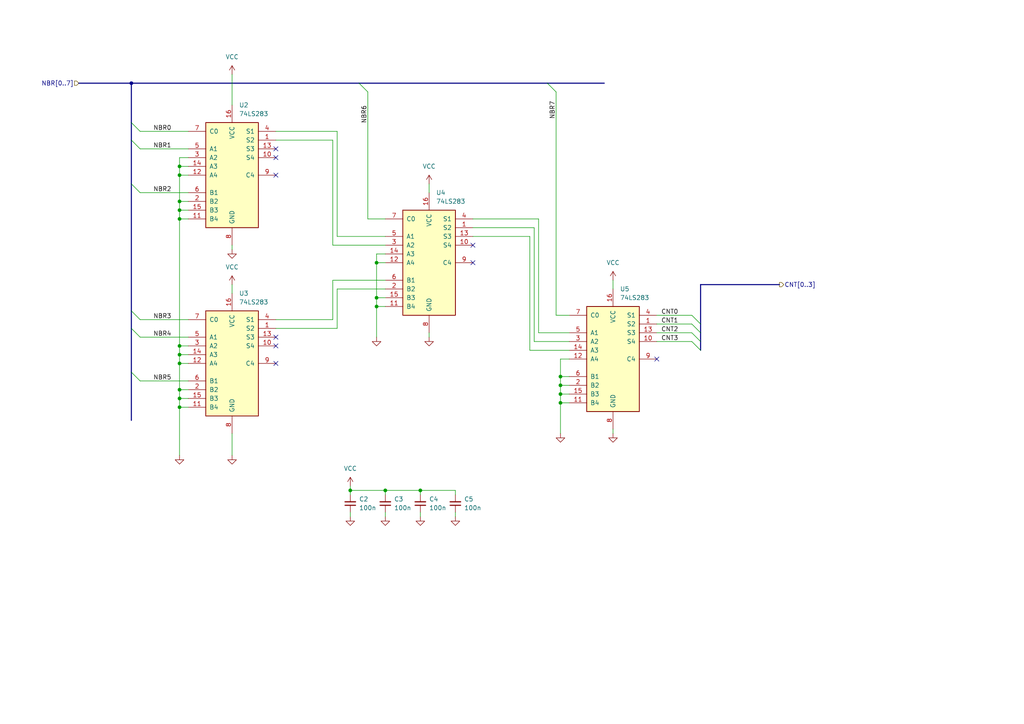
<source format=kicad_sch>
(kicad_sch (version 20211123) (generator eeschema)

  (uuid c9abf317-b336-44af-b433-63d573afca64)

  (paper "A4")

  (lib_symbols
    (symbol "74xx:74LS283" (pin_names (offset 1.016)) (in_bom yes) (on_board yes)
      (property "Reference" "U" (id 0) (at -7.62 16.51 0)
        (effects (font (size 1.27 1.27)))
      )
      (property "Value" "74LS283" (id 1) (at -7.62 -16.51 0)
        (effects (font (size 1.27 1.27)))
      )
      (property "Footprint" "" (id 2) (at 0 0 0)
        (effects (font (size 1.27 1.27)) hide)
      )
      (property "Datasheet" "http://www.ti.com/lit/gpn/sn74LS283" (id 3) (at 0 0 0)
        (effects (font (size 1.27 1.27)) hide)
      )
      (property "ki_locked" "" (id 4) (at 0 0 0)
        (effects (font (size 1.27 1.27)))
      )
      (property "ki_keywords" "TTL ADD Arith ALU" (id 5) (at 0 0 0)
        (effects (font (size 1.27 1.27)) hide)
      )
      (property "ki_description" "4-bit full Adder" (id 6) (at 0 0 0)
        (effects (font (size 1.27 1.27)) hide)
      )
      (property "ki_fp_filters" "DIP?16*" (id 7) (at 0 0 0)
        (effects (font (size 1.27 1.27)) hide)
      )
      (symbol "74LS283_1_0"
        (pin output line (at 12.7 10.16 180) (length 5.08)
          (name "S2" (effects (font (size 1.27 1.27))))
          (number "1" (effects (font (size 1.27 1.27))))
        )
        (pin output line (at 12.7 5.08 180) (length 5.08)
          (name "S4" (effects (font (size 1.27 1.27))))
          (number "10" (effects (font (size 1.27 1.27))))
        )
        (pin input line (at -12.7 -12.7 0) (length 5.08)
          (name "B4" (effects (font (size 1.27 1.27))))
          (number "11" (effects (font (size 1.27 1.27))))
        )
        (pin input line (at -12.7 0 0) (length 5.08)
          (name "A4" (effects (font (size 1.27 1.27))))
          (number "12" (effects (font (size 1.27 1.27))))
        )
        (pin output line (at 12.7 7.62 180) (length 5.08)
          (name "S3" (effects (font (size 1.27 1.27))))
          (number "13" (effects (font (size 1.27 1.27))))
        )
        (pin input line (at -12.7 2.54 0) (length 5.08)
          (name "A3" (effects (font (size 1.27 1.27))))
          (number "14" (effects (font (size 1.27 1.27))))
        )
        (pin input line (at -12.7 -10.16 0) (length 5.08)
          (name "B3" (effects (font (size 1.27 1.27))))
          (number "15" (effects (font (size 1.27 1.27))))
        )
        (pin power_in line (at 0 20.32 270) (length 5.08)
          (name "VCC" (effects (font (size 1.27 1.27))))
          (number "16" (effects (font (size 1.27 1.27))))
        )
        (pin input line (at -12.7 -7.62 0) (length 5.08)
          (name "B2" (effects (font (size 1.27 1.27))))
          (number "2" (effects (font (size 1.27 1.27))))
        )
        (pin input line (at -12.7 5.08 0) (length 5.08)
          (name "A2" (effects (font (size 1.27 1.27))))
          (number "3" (effects (font (size 1.27 1.27))))
        )
        (pin output line (at 12.7 12.7 180) (length 5.08)
          (name "S1" (effects (font (size 1.27 1.27))))
          (number "4" (effects (font (size 1.27 1.27))))
        )
        (pin input line (at -12.7 7.62 0) (length 5.08)
          (name "A1" (effects (font (size 1.27 1.27))))
          (number "5" (effects (font (size 1.27 1.27))))
        )
        (pin input line (at -12.7 -5.08 0) (length 5.08)
          (name "B1" (effects (font (size 1.27 1.27))))
          (number "6" (effects (font (size 1.27 1.27))))
        )
        (pin input line (at -12.7 12.7 0) (length 5.08)
          (name "C0" (effects (font (size 1.27 1.27))))
          (number "7" (effects (font (size 1.27 1.27))))
        )
        (pin power_in line (at 0 -20.32 90) (length 5.08)
          (name "GND" (effects (font (size 1.27 1.27))))
          (number "8" (effects (font (size 1.27 1.27))))
        )
        (pin output line (at 12.7 0 180) (length 5.08)
          (name "C4" (effects (font (size 1.27 1.27))))
          (number "9" (effects (font (size 1.27 1.27))))
        )
      )
      (symbol "74LS283_1_1"
        (rectangle (start -7.62 15.24) (end 7.62 -15.24)
          (stroke (width 0.254) (type default) (color 0 0 0 0))
          (fill (type background))
        )
      )
    )
    (symbol "Device:C_Small" (pin_numbers hide) (pin_names (offset 0.254) hide) (in_bom yes) (on_board yes)
      (property "Reference" "C" (id 0) (at 0.254 1.778 0)
        (effects (font (size 1.27 1.27)) (justify left))
      )
      (property "Value" "C_Small" (id 1) (at 0.254 -2.032 0)
        (effects (font (size 1.27 1.27)) (justify left))
      )
      (property "Footprint" "" (id 2) (at 0 0 0)
        (effects (font (size 1.27 1.27)) hide)
      )
      (property "Datasheet" "~" (id 3) (at 0 0 0)
        (effects (font (size 1.27 1.27)) hide)
      )
      (property "ki_keywords" "capacitor cap" (id 4) (at 0 0 0)
        (effects (font (size 1.27 1.27)) hide)
      )
      (property "ki_description" "Unpolarized capacitor, small symbol" (id 5) (at 0 0 0)
        (effects (font (size 1.27 1.27)) hide)
      )
      (property "ki_fp_filters" "C_*" (id 6) (at 0 0 0)
        (effects (font (size 1.27 1.27)) hide)
      )
      (symbol "C_Small_0_1"
        (polyline
          (pts
            (xy -1.524 -0.508)
            (xy 1.524 -0.508)
          )
          (stroke (width 0.3302) (type default) (color 0 0 0 0))
          (fill (type none))
        )
        (polyline
          (pts
            (xy -1.524 0.508)
            (xy 1.524 0.508)
          )
          (stroke (width 0.3048) (type default) (color 0 0 0 0))
          (fill (type none))
        )
      )
      (symbol "C_Small_1_1"
        (pin passive line (at 0 2.54 270) (length 2.032)
          (name "~" (effects (font (size 1.27 1.27))))
          (number "1" (effects (font (size 1.27 1.27))))
        )
        (pin passive line (at 0 -2.54 90) (length 2.032)
          (name "~" (effects (font (size 1.27 1.27))))
          (number "2" (effects (font (size 1.27 1.27))))
        )
      )
    )
    (symbol "power:GND" (power) (pin_names (offset 0)) (in_bom yes) (on_board yes)
      (property "Reference" "#PWR" (id 0) (at 0 -6.35 0)
        (effects (font (size 1.27 1.27)) hide)
      )
      (property "Value" "GND" (id 1) (at 0 -3.81 0)
        (effects (font (size 1.27 1.27)))
      )
      (property "Footprint" "" (id 2) (at 0 0 0)
        (effects (font (size 1.27 1.27)) hide)
      )
      (property "Datasheet" "" (id 3) (at 0 0 0)
        (effects (font (size 1.27 1.27)) hide)
      )
      (property "ki_keywords" "power-flag" (id 4) (at 0 0 0)
        (effects (font (size 1.27 1.27)) hide)
      )
      (property "ki_description" "Power symbol creates a global label with name \"GND\" , ground" (id 5) (at 0 0 0)
        (effects (font (size 1.27 1.27)) hide)
      )
      (symbol "GND_0_1"
        (polyline
          (pts
            (xy 0 0)
            (xy 0 -1.27)
            (xy 1.27 -1.27)
            (xy 0 -2.54)
            (xy -1.27 -1.27)
            (xy 0 -1.27)
          )
          (stroke (width 0) (type default) (color 0 0 0 0))
          (fill (type none))
        )
      )
      (symbol "GND_1_1"
        (pin power_in line (at 0 0 270) (length 0) hide
          (name "GND" (effects (font (size 1.27 1.27))))
          (number "1" (effects (font (size 1.27 1.27))))
        )
      )
    )
    (symbol "power:VCC" (power) (pin_names (offset 0)) (in_bom yes) (on_board yes)
      (property "Reference" "#PWR" (id 0) (at 0 -3.81 0)
        (effects (font (size 1.27 1.27)) hide)
      )
      (property "Value" "VCC" (id 1) (at 0 3.81 0)
        (effects (font (size 1.27 1.27)))
      )
      (property "Footprint" "" (id 2) (at 0 0 0)
        (effects (font (size 1.27 1.27)) hide)
      )
      (property "Datasheet" "" (id 3) (at 0 0 0)
        (effects (font (size 1.27 1.27)) hide)
      )
      (property "ki_keywords" "power-flag" (id 4) (at 0 0 0)
        (effects (font (size 1.27 1.27)) hide)
      )
      (property "ki_description" "Power symbol creates a global label with name \"VCC\"" (id 5) (at 0 0 0)
        (effects (font (size 1.27 1.27)) hide)
      )
      (symbol "VCC_0_1"
        (polyline
          (pts
            (xy -0.762 1.27)
            (xy 0 2.54)
          )
          (stroke (width 0) (type default) (color 0 0 0 0))
          (fill (type none))
        )
        (polyline
          (pts
            (xy 0 0)
            (xy 0 2.54)
          )
          (stroke (width 0) (type default) (color 0 0 0 0))
          (fill (type none))
        )
        (polyline
          (pts
            (xy 0 2.54)
            (xy 0.762 1.27)
          )
          (stroke (width 0) (type default) (color 0 0 0 0))
          (fill (type none))
        )
      )
      (symbol "VCC_1_1"
        (pin power_in line (at 0 0 90) (length 0) hide
          (name "VCC" (effects (font (size 1.27 1.27))))
          (number "1" (effects (font (size 1.27 1.27))))
        )
      )
    )
  )

  (junction (at 101.6 142.24) (diameter 0) (color 0 0 0 0)
    (uuid 16356a70-e2e1-4ba6-93ce-e977b02ab96a)
  )
  (junction (at 52.07 118.11) (diameter 0) (color 0 0 0 0)
    (uuid 1e190134-c6f3-486a-935d-ef551388a0b6)
  )
  (junction (at 38.1 24.13) (diameter 0) (color 0 0 0 0)
    (uuid 2b21f4f6-4640-4a7a-8ea7-2356d59b811b)
  )
  (junction (at 162.56 116.84) (diameter 0) (color 0 0 0 0)
    (uuid 3be3e2ff-7ec5-4bb6-b47a-0881edb32245)
  )
  (junction (at 109.22 86.36) (diameter 0) (color 0 0 0 0)
    (uuid 3d893615-4cde-47a6-b21f-1c329304c810)
  )
  (junction (at 52.07 102.87) (diameter 0) (color 0 0 0 0)
    (uuid 4322822a-0e30-4b29-816c-ea51c80021f5)
  )
  (junction (at 52.07 50.8) (diameter 0) (color 0 0 0 0)
    (uuid 5bb0e5c8-9f13-4f00-82ca-8e52e07343a0)
  )
  (junction (at 52.07 105.41) (diameter 0) (color 0 0 0 0)
    (uuid 6a693a0b-4368-4ac4-93af-fb659a1ac4fa)
  )
  (junction (at 109.22 76.2) (diameter 0) (color 0 0 0 0)
    (uuid 8eb904e3-77de-42f7-8db7-fb76edf8e49c)
  )
  (junction (at 52.07 63.5) (diameter 0) (color 0 0 0 0)
    (uuid 9138098a-d6bd-4530-aa67-a389fb289f6a)
  )
  (junction (at 52.07 100.33) (diameter 0) (color 0 0 0 0)
    (uuid 96564f3c-2280-4511-b275-3710f2d23cd2)
  )
  (junction (at 52.07 58.42) (diameter 0) (color 0 0 0 0)
    (uuid 9c89c0c0-9f09-480c-89e6-36cd706a11a8)
  )
  (junction (at 52.07 115.57) (diameter 0) (color 0 0 0 0)
    (uuid a008d074-f94d-473e-bd99-25ed05717c28)
  )
  (junction (at 162.56 109.22) (diameter 0) (color 0 0 0 0)
    (uuid a7905a31-a0e4-4c57-b519-7d6dbea877ca)
  )
  (junction (at 52.07 113.03) (diameter 0) (color 0 0 0 0)
    (uuid ad9b8f06-fb14-4c96-9a6a-91e0f46808c0)
  )
  (junction (at 52.07 48.26) (diameter 0) (color 0 0 0 0)
    (uuid bc352e98-d0f8-4462-be41-20b56c8d9590)
  )
  (junction (at 162.56 111.76) (diameter 0) (color 0 0 0 0)
    (uuid c74d8dcf-44e3-4f11-956d-bbcca2509eb6)
  )
  (junction (at 109.22 88.9) (diameter 0) (color 0 0 0 0)
    (uuid cc7fceb8-7105-4dbf-8cad-623ba00f0ebb)
  )
  (junction (at 162.56 114.3) (diameter 0) (color 0 0 0 0)
    (uuid cf070a06-7ff2-459c-a021-d9ab1b2fa1e9)
  )
  (junction (at 111.76 142.24) (diameter 0) (color 0 0 0 0)
    (uuid da21ebb9-2f3e-4aa2-95fd-b5e63d010132)
  )
  (junction (at 52.07 60.96) (diameter 0) (color 0 0 0 0)
    (uuid e0f6ca5e-e3f3-49a2-a0d8-d0396540bf8e)
  )
  (junction (at 121.92 142.24) (diameter 0) (color 0 0 0 0)
    (uuid f91a025c-eed8-4b3c-b158-821b3e04bea6)
  )

  (no_connect (at 190.5 104.14) (uuid 09794aac-3176-4d5d-abc3-3b84a386e136))
  (no_connect (at 80.01 45.72) (uuid 2c4b503e-c792-4995-b296-3030ea88b7d0))
  (no_connect (at 80.01 97.79) (uuid 5f5664fa-8562-4e5d-8e07-c276f6250abe))
  (no_connect (at 80.01 105.41) (uuid 645b988c-a44d-48be-af56-4bed4a1a22ac))
  (no_connect (at 80.01 50.8) (uuid 8fba9ada-a939-48e5-afe6-a46a3c39858c))
  (no_connect (at 137.16 76.2) (uuid ba83d37e-0667-47b7-9f34-f8c716cd1b93))
  (no_connect (at 80.01 100.33) (uuid c5255d8d-05be-406b-bc13-67ad1de620ee))
  (no_connect (at 80.01 43.18) (uuid d04f017f-58df-4db2-8bfe-090fed1dbc70))
  (no_connect (at 137.16 71.12) (uuid ea64607e-2b1e-40fa-a8c7-23fca6d94218))

  (bus_entry (at 200.66 93.98) (size 2.54 2.54)
    (stroke (width 0) (type default) (color 0 0 0 0))
    (uuid 04356678-258e-48c1-81cb-d53a81677f60)
  )
  (bus_entry (at 200.66 99.06) (size 2.54 2.54)
    (stroke (width 0) (type default) (color 0 0 0 0))
    (uuid 0d684080-8899-4d2e-b6a2-29acfc8e98ec)
  )
  (bus_entry (at 158.75 24.13) (size 2.54 2.54)
    (stroke (width 0) (type default) (color 0 0 0 0))
    (uuid 124f40c2-21b6-4e93-b0e8-fdf6ee2c44a4)
  )
  (bus_entry (at 104.14 24.13) (size 2.54 2.54)
    (stroke (width 0) (type default) (color 0 0 0 0))
    (uuid 878bd758-2566-495d-8da2-3484c30cd565)
  )
  (bus_entry (at 38.1 95.25) (size 2.54 2.54)
    (stroke (width 0) (type default) (color 0 0 0 0))
    (uuid 89367ab3-f251-4b28-87a5-41755ec5b548)
  )
  (bus_entry (at 38.1 90.17) (size 2.54 2.54)
    (stroke (width 0) (type default) (color 0 0 0 0))
    (uuid 89367ab3-f251-4b28-87a5-41755ec5b548)
  )
  (bus_entry (at 38.1 107.95) (size 2.54 2.54)
    (stroke (width 0) (type default) (color 0 0 0 0))
    (uuid 89367ab3-f251-4b28-87a5-41755ec5b548)
  )
  (bus_entry (at 38.1 35.56) (size 2.54 2.54)
    (stroke (width 0) (type default) (color 0 0 0 0))
    (uuid 89367ab3-f251-4b28-87a5-41755ec5b548)
  )
  (bus_entry (at 38.1 40.64) (size 2.54 2.54)
    (stroke (width 0) (type default) (color 0 0 0 0))
    (uuid 89367ab3-f251-4b28-87a5-41755ec5b548)
  )
  (bus_entry (at 38.1 53.34) (size 2.54 2.54)
    (stroke (width 0) (type default) (color 0 0 0 0))
    (uuid 89367ab3-f251-4b28-87a5-41755ec5b548)
  )
  (bus_entry (at 200.66 96.52) (size 2.54 2.54)
    (stroke (width 0) (type default) (color 0 0 0 0))
    (uuid b7813357-78ad-41dc-9b81-4171aa661841)
  )
  (bus_entry (at 200.66 91.44) (size 2.54 2.54)
    (stroke (width 0) (type default) (color 0 0 0 0))
    (uuid eca46834-12c6-4c71-9bd5-8009bb1e9b9c)
  )

  (wire (pts (xy 40.64 38.1) (xy 54.61 38.1))
    (stroke (width 0) (type default) (color 0 0 0 0))
    (uuid 0311969a-e386-4248-bddc-1b7cda870042)
  )
  (wire (pts (xy 80.01 40.64) (xy 96.52 40.64))
    (stroke (width 0) (type default) (color 0 0 0 0))
    (uuid 038abe49-3c6e-4b17-a3e0-76c6cf08ca45)
  )
  (wire (pts (xy 40.64 43.18) (xy 54.61 43.18))
    (stroke (width 0) (type default) (color 0 0 0 0))
    (uuid 045326b3-ab44-4178-bdef-2d1550293c38)
  )
  (wire (pts (xy 177.8 81.28) (xy 177.8 83.82))
    (stroke (width 0) (type default) (color 0 0 0 0))
    (uuid 078958e8-db25-4998-8df2-82a9fe159b15)
  )
  (wire (pts (xy 97.79 68.58) (xy 111.76 68.58))
    (stroke (width 0) (type default) (color 0 0 0 0))
    (uuid 0f2335e0-4f7c-43dc-b413-3d2f6f8d3a31)
  )
  (wire (pts (xy 67.31 71.12) (xy 67.31 72.39))
    (stroke (width 0) (type default) (color 0 0 0 0))
    (uuid 114aef6e-ca87-4bee-92a8-c57cf140e184)
  )
  (wire (pts (xy 137.16 68.58) (xy 153.67 68.58))
    (stroke (width 0) (type default) (color 0 0 0 0))
    (uuid 11731978-d07b-4525-8d85-61cd3e4f289f)
  )
  (wire (pts (xy 96.52 92.71) (xy 96.52 81.28))
    (stroke (width 0) (type default) (color 0 0 0 0))
    (uuid 1be10361-0248-4071-af5a-d89e42896d8f)
  )
  (wire (pts (xy 101.6 148.59) (xy 101.6 149.86))
    (stroke (width 0) (type default) (color 0 0 0 0))
    (uuid 1d96eb43-418e-4f65-b221-78ba6d1dfecb)
  )
  (wire (pts (xy 154.94 99.06) (xy 165.1 99.06))
    (stroke (width 0) (type default) (color 0 0 0 0))
    (uuid 1e11aadc-d98b-4b01-b25a-411af8f37eea)
  )
  (bus (pts (xy 38.1 90.17) (xy 38.1 95.25))
    (stroke (width 0) (type default) (color 0 0 0 0))
    (uuid 1ff565a2-d350-44e1-af58-9383b62fa4a2)
  )

  (wire (pts (xy 109.22 86.36) (xy 111.76 86.36))
    (stroke (width 0) (type default) (color 0 0 0 0))
    (uuid 236e6a4d-a02a-4f5d-af06-aed262920dc7)
  )
  (wire (pts (xy 162.56 104.14) (xy 165.1 104.14))
    (stroke (width 0) (type default) (color 0 0 0 0))
    (uuid 266b32c1-06a8-4632-bc15-bf405b68afe9)
  )
  (wire (pts (xy 132.08 148.59) (xy 132.08 149.86))
    (stroke (width 0) (type default) (color 0 0 0 0))
    (uuid 26efb735-aadf-40a8-81f5-0d92bf653432)
  )
  (wire (pts (xy 106.68 26.67) (xy 106.68 63.5))
    (stroke (width 0) (type default) (color 0 0 0 0))
    (uuid 287edc7f-3859-45b9-a90d-fb93830f7d07)
  )
  (wire (pts (xy 101.6 142.24) (xy 111.76 142.24))
    (stroke (width 0) (type default) (color 0 0 0 0))
    (uuid 290bb116-ca4f-4fbf-90de-bca3dacacb5a)
  )
  (wire (pts (xy 109.22 86.36) (xy 109.22 76.2))
    (stroke (width 0) (type default) (color 0 0 0 0))
    (uuid 29b63f8f-0584-4390-be5a-49283d997d53)
  )
  (wire (pts (xy 96.52 81.28) (xy 111.76 81.28))
    (stroke (width 0) (type default) (color 0 0 0 0))
    (uuid 2e752355-8989-4eec-bb24-9c752c501b64)
  )
  (wire (pts (xy 162.56 111.76) (xy 162.56 109.22))
    (stroke (width 0) (type default) (color 0 0 0 0))
    (uuid 316a49d4-774c-4282-bb27-bc1f745d0f9d)
  )
  (wire (pts (xy 52.07 63.5) (xy 54.61 63.5))
    (stroke (width 0) (type default) (color 0 0 0 0))
    (uuid 3270f2f2-2bf8-4ef5-b502-8b97f3a99018)
  )
  (wire (pts (xy 67.31 125.73) (xy 67.31 132.08))
    (stroke (width 0) (type default) (color 0 0 0 0))
    (uuid 3330df45-7e62-4c1c-ae05-7af8ed96a7f9)
  )
  (wire (pts (xy 109.22 97.79) (xy 109.22 88.9))
    (stroke (width 0) (type default) (color 0 0 0 0))
    (uuid 35c00271-5340-402e-be3a-6b8fb63a3bee)
  )
  (wire (pts (xy 109.22 88.9) (xy 109.22 86.36))
    (stroke (width 0) (type default) (color 0 0 0 0))
    (uuid 35c50c3d-1af1-460f-a81c-7ee644acccd5)
  )
  (wire (pts (xy 190.5 91.44) (xy 200.66 91.44))
    (stroke (width 0) (type default) (color 0 0 0 0))
    (uuid 36191fb5-dfb7-4aa1-b363-83289190c244)
  )
  (bus (pts (xy 38.1 107.95) (xy 38.1 121.92))
    (stroke (width 0) (type default) (color 0 0 0 0))
    (uuid 391aa6a8-069c-4fc2-8cdd-aac1e9462f77)
  )
  (bus (pts (xy 38.1 95.25) (xy 38.1 107.95))
    (stroke (width 0) (type default) (color 0 0 0 0))
    (uuid 3ae063cf-0a15-4ef6-b201-6da5c6ad0035)
  )

  (wire (pts (xy 111.76 148.59) (xy 111.76 149.86))
    (stroke (width 0) (type default) (color 0 0 0 0))
    (uuid 3bda076a-e525-4f0f-a885-3ddc989bf974)
  )
  (wire (pts (xy 165.1 91.44) (xy 161.29 91.44))
    (stroke (width 0) (type default) (color 0 0 0 0))
    (uuid 3cf3cae0-a4c4-4e41-a912-74f4a9887040)
  )
  (bus (pts (xy 203.2 82.55) (xy 226.06 82.55))
    (stroke (width 0) (type default) (color 0 0 0 0))
    (uuid 466fe61b-ac16-46f1-a9f5-c4be89bc6f18)
  )

  (wire (pts (xy 52.07 102.87) (xy 54.61 102.87))
    (stroke (width 0) (type default) (color 0 0 0 0))
    (uuid 4a1dba32-d241-4120-898a-f5844df77694)
  )
  (wire (pts (xy 52.07 60.96) (xy 52.07 58.42))
    (stroke (width 0) (type default) (color 0 0 0 0))
    (uuid 4f78e2d4-07bb-4db9-bc8c-a4c47eb72cfc)
  )
  (wire (pts (xy 177.8 124.46) (xy 177.8 125.73))
    (stroke (width 0) (type default) (color 0 0 0 0))
    (uuid 515955d3-5ff9-40c1-92df-551471a63b6a)
  )
  (bus (pts (xy 38.1 40.64) (xy 38.1 53.34))
    (stroke (width 0) (type default) (color 0 0 0 0))
    (uuid 51622189-2371-4d75-9684-62a64ccf1880)
  )

  (wire (pts (xy 156.21 96.52) (xy 165.1 96.52))
    (stroke (width 0) (type default) (color 0 0 0 0))
    (uuid 55780e36-b18f-43b0-bffb-e3e677f5453e)
  )
  (bus (pts (xy 38.1 35.56) (xy 38.1 40.64))
    (stroke (width 0) (type default) (color 0 0 0 0))
    (uuid 55fb404a-da1f-49f6-84b5-85aa387ce614)
  )

  (wire (pts (xy 109.22 73.66) (xy 111.76 73.66))
    (stroke (width 0) (type default) (color 0 0 0 0))
    (uuid 5d6ae7f2-df9e-4a8e-b6a8-cea4f867f894)
  )
  (wire (pts (xy 153.67 101.6) (xy 165.1 101.6))
    (stroke (width 0) (type default) (color 0 0 0 0))
    (uuid 5dbb37af-f273-489a-930c-54642fc1a1b4)
  )
  (wire (pts (xy 124.46 96.52) (xy 124.46 97.79))
    (stroke (width 0) (type default) (color 0 0 0 0))
    (uuid 5e648d09-1dcf-43c9-85fc-5c043d60ee03)
  )
  (wire (pts (xy 52.07 60.96) (xy 54.61 60.96))
    (stroke (width 0) (type default) (color 0 0 0 0))
    (uuid 5f464751-33ba-4410-81f6-a6ef83f062a2)
  )
  (wire (pts (xy 52.07 50.8) (xy 52.07 48.26))
    (stroke (width 0) (type default) (color 0 0 0 0))
    (uuid 60043a14-17e2-4245-8aea-393394ad8168)
  )
  (wire (pts (xy 162.56 114.3) (xy 165.1 114.3))
    (stroke (width 0) (type default) (color 0 0 0 0))
    (uuid 60bc832e-48e7-4e99-8b6a-8d95be165ef8)
  )
  (wire (pts (xy 52.07 113.03) (xy 54.61 113.03))
    (stroke (width 0) (type default) (color 0 0 0 0))
    (uuid 6508824b-8ced-484d-8ecd-816cddccacc4)
  )
  (wire (pts (xy 121.92 142.24) (xy 121.92 143.51))
    (stroke (width 0) (type default) (color 0 0 0 0))
    (uuid 6b31972f-cc55-421f-89ec-8c1a2939b3a4)
  )
  (wire (pts (xy 52.07 105.41) (xy 54.61 105.41))
    (stroke (width 0) (type default) (color 0 0 0 0))
    (uuid 6d7d1d7c-5522-401a-b847-00cef32e9483)
  )
  (wire (pts (xy 52.07 118.11) (xy 54.61 118.11))
    (stroke (width 0) (type default) (color 0 0 0 0))
    (uuid 6de0b1d8-7f9c-49da-96e7-6ecfcc6512fa)
  )
  (wire (pts (xy 101.6 140.97) (xy 101.6 142.24))
    (stroke (width 0) (type default) (color 0 0 0 0))
    (uuid 72883a9a-b5af-4ead-9ca9-63a04e614569)
  )
  (wire (pts (xy 190.5 96.52) (xy 200.66 96.52))
    (stroke (width 0) (type default) (color 0 0 0 0))
    (uuid 756a85db-84fc-4814-9384-b05daaa95548)
  )
  (wire (pts (xy 111.76 63.5) (xy 106.68 63.5))
    (stroke (width 0) (type default) (color 0 0 0 0))
    (uuid 75c8e399-3356-4da9-9d52-3a286e2b8cbc)
  )
  (wire (pts (xy 52.07 100.33) (xy 54.61 100.33))
    (stroke (width 0) (type default) (color 0 0 0 0))
    (uuid 78133211-7143-40d9-bd01-6786a74bce03)
  )
  (wire (pts (xy 52.07 113.03) (xy 52.07 105.41))
    (stroke (width 0) (type default) (color 0 0 0 0))
    (uuid 79ad34ae-93db-4988-9a8f-2d50b90f9afe)
  )
  (wire (pts (xy 67.31 82.55) (xy 67.31 85.09))
    (stroke (width 0) (type default) (color 0 0 0 0))
    (uuid 79b7e266-d058-4c88-9644-8d53f6a5f283)
  )
  (bus (pts (xy 158.75 24.13) (xy 175.26 24.13))
    (stroke (width 0) (type default) (color 0 0 0 0))
    (uuid 7c17f2a0-645d-499c-9763-a3a9c5b509dd)
  )

  (wire (pts (xy 40.64 55.88) (xy 54.61 55.88))
    (stroke (width 0) (type default) (color 0 0 0 0))
    (uuid 7d45694d-c871-4b37-bdf4-df386dbf0888)
  )
  (wire (pts (xy 109.22 76.2) (xy 109.22 73.66))
    (stroke (width 0) (type default) (color 0 0 0 0))
    (uuid 82ceda6e-3617-4408-ae5e-4c5a6b910161)
  )
  (wire (pts (xy 121.92 142.24) (xy 132.08 142.24))
    (stroke (width 0) (type default) (color 0 0 0 0))
    (uuid 88e209cd-928d-46ca-bb24-111f453e8fe2)
  )
  (wire (pts (xy 162.56 116.84) (xy 165.1 116.84))
    (stroke (width 0) (type default) (color 0 0 0 0))
    (uuid 8adb6377-5679-4c53-84a5-0a560df55a4e)
  )
  (bus (pts (xy 38.1 53.34) (xy 38.1 90.17))
    (stroke (width 0) (type default) (color 0 0 0 0))
    (uuid 8c415971-c5f2-4eac-b9a7-39293dc055de)
  )
  (bus (pts (xy 203.2 99.06) (xy 203.2 96.52))
    (stroke (width 0) (type default) (color 0 0 0 0))
    (uuid 8ebed734-b306-4e8b-a68c-be180d9b7b73)
  )
  (bus (pts (xy 38.1 24.13) (xy 38.1 35.56))
    (stroke (width 0) (type default) (color 0 0 0 0))
    (uuid 93ab9a08-41ff-41a2-9b7c-d09ab3b66c04)
  )

  (wire (pts (xy 162.56 116.84) (xy 162.56 114.3))
    (stroke (width 0) (type default) (color 0 0 0 0))
    (uuid 93c6c1bf-d92d-4f2f-9cf7-491ff988074a)
  )
  (wire (pts (xy 52.07 102.87) (xy 52.07 100.33))
    (stroke (width 0) (type default) (color 0 0 0 0))
    (uuid 95a1d2ad-9d68-4f9e-abe2-4355514a7e91)
  )
  (wire (pts (xy 97.79 95.25) (xy 97.79 83.82))
    (stroke (width 0) (type default) (color 0 0 0 0))
    (uuid 95e35973-8150-4a71-b6a0-3cba51e17b40)
  )
  (wire (pts (xy 52.07 105.41) (xy 52.07 102.87))
    (stroke (width 0) (type default) (color 0 0 0 0))
    (uuid 9634c7e0-7d08-404f-8e19-31fad04aec62)
  )
  (bus (pts (xy 203.2 93.98) (xy 203.2 82.55))
    (stroke (width 0) (type default) (color 0 0 0 0))
    (uuid 964e6f36-3e16-4403-a1de-ec107fb31576)
  )
  (bus (pts (xy 203.2 101.6) (xy 203.2 99.06))
    (stroke (width 0) (type default) (color 0 0 0 0))
    (uuid 9905463e-23d5-4c07-8e9a-4b6a79415ed5)
  )
  (bus (pts (xy 104.14 24.13) (xy 158.75 24.13))
    (stroke (width 0) (type default) (color 0 0 0 0))
    (uuid 9990b2c7-753a-480d-8eeb-9e6c81f8033f)
  )

  (wire (pts (xy 40.64 110.49) (xy 54.61 110.49))
    (stroke (width 0) (type default) (color 0 0 0 0))
    (uuid 9ad250d7-7fd9-4706-967d-d7e0bfde6e7f)
  )
  (bus (pts (xy 22.86 24.13) (xy 38.1 24.13))
    (stroke (width 0) (type default) (color 0 0 0 0))
    (uuid 9b87031c-38a4-453e-820f-934252abcf7f)
  )

  (wire (pts (xy 96.52 71.12) (xy 111.76 71.12))
    (stroke (width 0) (type default) (color 0 0 0 0))
    (uuid 9c679471-8f5e-42ee-a68c-2cdfc49daee4)
  )
  (wire (pts (xy 80.01 38.1) (xy 97.79 38.1))
    (stroke (width 0) (type default) (color 0 0 0 0))
    (uuid a06f3eeb-7aa3-4189-ac85-f43be78813d7)
  )
  (wire (pts (xy 101.6 142.24) (xy 101.6 143.51))
    (stroke (width 0) (type default) (color 0 0 0 0))
    (uuid a76091f6-8c54-4077-969c-29b65cf2b021)
  )
  (wire (pts (xy 52.07 63.5) (xy 52.07 60.96))
    (stroke (width 0) (type default) (color 0 0 0 0))
    (uuid aaa50d32-4cfe-4a5d-893f-792656a7da32)
  )
  (wire (pts (xy 132.08 142.24) (xy 132.08 143.51))
    (stroke (width 0) (type default) (color 0 0 0 0))
    (uuid ac20f28a-862f-46fc-b765-5954221e456c)
  )
  (wire (pts (xy 52.07 48.26) (xy 52.07 45.72))
    (stroke (width 0) (type default) (color 0 0 0 0))
    (uuid ad5903c6-9dd3-4389-8d92-29cc8cd5d949)
  )
  (wire (pts (xy 162.56 109.22) (xy 165.1 109.22))
    (stroke (width 0) (type default) (color 0 0 0 0))
    (uuid ae54c3b3-b8fa-470f-948f-d41436018622)
  )
  (wire (pts (xy 137.16 63.5) (xy 156.21 63.5))
    (stroke (width 0) (type default) (color 0 0 0 0))
    (uuid b0b9e6a6-afc9-4dca-b308-2502cfd3e0e7)
  )
  (wire (pts (xy 40.64 97.79) (xy 54.61 97.79))
    (stroke (width 0) (type default) (color 0 0 0 0))
    (uuid b3cd1e26-8509-4b66-9caf-34df041ad84b)
  )
  (bus (pts (xy 203.2 96.52) (xy 203.2 93.98))
    (stroke (width 0) (type default) (color 0 0 0 0))
    (uuid b5bfa9e1-df24-42bb-b2cf-0353dc25b121)
  )

  (wire (pts (xy 52.07 100.33) (xy 52.07 63.5))
    (stroke (width 0) (type default) (color 0 0 0 0))
    (uuid b6f4a4ca-f184-4a46-8587-34c35525c94b)
  )
  (wire (pts (xy 162.56 111.76) (xy 165.1 111.76))
    (stroke (width 0) (type default) (color 0 0 0 0))
    (uuid b7daba35-ddb3-4350-aedf-46f520252624)
  )
  (wire (pts (xy 190.5 99.06) (xy 200.66 99.06))
    (stroke (width 0) (type default) (color 0 0 0 0))
    (uuid bf7d6113-90c6-4cc9-b266-adde6331b3ed)
  )
  (wire (pts (xy 80.01 92.71) (xy 96.52 92.71))
    (stroke (width 0) (type default) (color 0 0 0 0))
    (uuid bfaa5bad-9570-4cc9-99ae-745057305331)
  )
  (wire (pts (xy 52.07 132.08) (xy 52.07 118.11))
    (stroke (width 0) (type default) (color 0 0 0 0))
    (uuid c353d479-2b89-43f6-90c6-ad4cd95f14fd)
  )
  (wire (pts (xy 162.56 114.3) (xy 162.56 111.76))
    (stroke (width 0) (type default) (color 0 0 0 0))
    (uuid c357c71c-28a8-45ae-a415-985455289865)
  )
  (wire (pts (xy 40.64 92.71) (xy 54.61 92.71))
    (stroke (width 0) (type default) (color 0 0 0 0))
    (uuid c495edf8-3840-4ce1-9c2f-d587f9ae40d9)
  )
  (wire (pts (xy 52.07 58.42) (xy 54.61 58.42))
    (stroke (width 0) (type default) (color 0 0 0 0))
    (uuid c56f147a-0853-4148-b5f4-1e5809631e48)
  )
  (wire (pts (xy 137.16 66.04) (xy 154.94 66.04))
    (stroke (width 0) (type default) (color 0 0 0 0))
    (uuid c8e291df-5065-42ee-9331-1144fab4aa34)
  )
  (wire (pts (xy 52.07 115.57) (xy 54.61 115.57))
    (stroke (width 0) (type default) (color 0 0 0 0))
    (uuid cb16e5ce-1170-4795-a790-9ee32067a49e)
  )
  (wire (pts (xy 161.29 26.67) (xy 161.29 91.44))
    (stroke (width 0) (type default) (color 0 0 0 0))
    (uuid d10f53ee-758f-4225-a59b-d215a68087ac)
  )
  (wire (pts (xy 80.01 95.25) (xy 97.79 95.25))
    (stroke (width 0) (type default) (color 0 0 0 0))
    (uuid d1409157-f9fa-4505-9012-b56e34889b09)
  )
  (wire (pts (xy 190.5 93.98) (xy 200.66 93.98))
    (stroke (width 0) (type default) (color 0 0 0 0))
    (uuid d2e9350c-c5f6-4802-a194-3ceecfeed19a)
  )
  (wire (pts (xy 109.22 88.9) (xy 111.76 88.9))
    (stroke (width 0) (type default) (color 0 0 0 0))
    (uuid da022585-b3b8-4900-a487-847fe22cef70)
  )
  (wire (pts (xy 156.21 63.5) (xy 156.21 96.52))
    (stroke (width 0) (type default) (color 0 0 0 0))
    (uuid da9f6136-29d1-4d24-9788-c3a330819443)
  )
  (wire (pts (xy 162.56 125.73) (xy 162.56 116.84))
    (stroke (width 0) (type default) (color 0 0 0 0))
    (uuid dc795cd2-1cdc-409d-9f1a-6594a3e0c1fa)
  )
  (wire (pts (xy 109.22 76.2) (xy 111.76 76.2))
    (stroke (width 0) (type default) (color 0 0 0 0))
    (uuid e3738d21-f23e-4ab2-abbc-2ed0d82abac7)
  )
  (bus (pts (xy 38.1 24.13) (xy 104.14 24.13))
    (stroke (width 0) (type default) (color 0 0 0 0))
    (uuid e5a2cf4f-f452-4e23-9616-d5f7626d8459)
  )

  (wire (pts (xy 52.07 58.42) (xy 52.07 50.8))
    (stroke (width 0) (type default) (color 0 0 0 0))
    (uuid e5ea36bb-ac6b-474e-96c3-c18ebb1e2cda)
  )
  (wire (pts (xy 52.07 115.57) (xy 52.07 113.03))
    (stroke (width 0) (type default) (color 0 0 0 0))
    (uuid ed001be5-1df6-4378-911d-be14019c310e)
  )
  (wire (pts (xy 124.46 53.34) (xy 124.46 55.88))
    (stroke (width 0) (type default) (color 0 0 0 0))
    (uuid ed090400-637f-46db-876e-32ad99d493ee)
  )
  (wire (pts (xy 97.79 38.1) (xy 97.79 68.58))
    (stroke (width 0) (type default) (color 0 0 0 0))
    (uuid eda1cbdb-ec70-4c1e-bfbe-ccc83b17a54a)
  )
  (wire (pts (xy 153.67 68.58) (xy 153.67 101.6))
    (stroke (width 0) (type default) (color 0 0 0 0))
    (uuid eeb9249b-d1f0-420d-ab07-f23b8d3dcda9)
  )
  (wire (pts (xy 96.52 40.64) (xy 96.52 71.12))
    (stroke (width 0) (type default) (color 0 0 0 0))
    (uuid f563b003-2bd9-451c-94cf-e588e8d18f77)
  )
  (wire (pts (xy 67.31 21.59) (xy 67.31 30.48))
    (stroke (width 0) (type default) (color 0 0 0 0))
    (uuid f5f8f15d-fe35-40e4-b2a9-6c7b77ccfd88)
  )
  (wire (pts (xy 162.56 109.22) (xy 162.56 104.14))
    (stroke (width 0) (type default) (color 0 0 0 0))
    (uuid f6636194-fb4c-48ed-9f7c-d552b25168eb)
  )
  (wire (pts (xy 154.94 66.04) (xy 154.94 99.06))
    (stroke (width 0) (type default) (color 0 0 0 0))
    (uuid f7b43e18-b7b7-42c4-9501-d2e28be1a803)
  )
  (wire (pts (xy 97.79 83.82) (xy 111.76 83.82))
    (stroke (width 0) (type default) (color 0 0 0 0))
    (uuid f88000ae-3296-40c5-85f7-5f59254221a7)
  )
  (wire (pts (xy 52.07 50.8) (xy 54.61 50.8))
    (stroke (width 0) (type default) (color 0 0 0 0))
    (uuid f8b3e09b-b9df-421c-88e4-8a2025cf0f63)
  )
  (wire (pts (xy 111.76 142.24) (xy 121.92 142.24))
    (stroke (width 0) (type default) (color 0 0 0 0))
    (uuid f9c11d3c-dd63-46c9-9344-8812f038f46f)
  )
  (wire (pts (xy 52.07 48.26) (xy 54.61 48.26))
    (stroke (width 0) (type default) (color 0 0 0 0))
    (uuid fc48ef68-a6b6-4e6c-9032-bce622e08bfe)
  )
  (wire (pts (xy 52.07 45.72) (xy 54.61 45.72))
    (stroke (width 0) (type default) (color 0 0 0 0))
    (uuid fc8a85da-5a62-4892-996d-9c2776f1e5ca)
  )
  (wire (pts (xy 111.76 142.24) (xy 111.76 143.51))
    (stroke (width 0) (type default) (color 0 0 0 0))
    (uuid fd12044c-76a6-4f3e-802a-e4fe1fb06171)
  )
  (wire (pts (xy 121.92 148.59) (xy 121.92 149.86))
    (stroke (width 0) (type default) (color 0 0 0 0))
    (uuid fd7e9b91-f001-4a24-9e97-1a6ae1071a90)
  )
  (wire (pts (xy 52.07 118.11) (xy 52.07 115.57))
    (stroke (width 0) (type default) (color 0 0 0 0))
    (uuid fef0e3ff-a988-41fd-88f3-ef6002761f48)
  )

  (label "CNT1" (at 191.77 93.98 0)
    (effects (font (size 1.27 1.27)) (justify left bottom))
    (uuid 254abfa0-5d1e-4d58-be06-555e0285242c)
  )
  (label "NBR4" (at 44.45 97.79 0)
    (effects (font (size 1.27 1.27)) (justify left bottom))
    (uuid 2f8023ba-49d3-4181-8bd5-c5e2be3d5b73)
  )
  (label "NBR2" (at 44.45 55.88 0)
    (effects (font (size 1.27 1.27)) (justify left bottom))
    (uuid 393839d0-8964-4cdd-bf0b-b302269220d9)
  )
  (label "NBR0" (at 44.45 38.1 0)
    (effects (font (size 1.27 1.27)) (justify left bottom))
    (uuid 3e708c32-3a20-402f-a312-7abb453b5c73)
  )
  (label "CNT2" (at 191.77 96.52 0)
    (effects (font (size 1.27 1.27)) (justify left bottom))
    (uuid 6c6255f7-f534-4997-8a80-272c06a27fb6)
  )
  (label "NBR5" (at 44.45 110.49 0)
    (effects (font (size 1.27 1.27)) (justify left bottom))
    (uuid 73d404fe-0c63-4e9d-be42-b5bb202328dc)
  )
  (label "NBR1" (at 44.45 43.18 0)
    (effects (font (size 1.27 1.27)) (justify left bottom))
    (uuid 9d69a566-b6cd-4507-9284-377690c66549)
  )
  (label "NBR7" (at 161.29 29.21 270)
    (effects (font (size 1.27 1.27)) (justify right bottom))
    (uuid bdad2d41-29ea-4727-bbc2-83a8e5955c96)
  )
  (label "CNT0" (at 191.77 91.44 0)
    (effects (font (size 1.27 1.27)) (justify left bottom))
    (uuid ddb6601c-766d-4678-b53e-aa17e0fe0916)
  )
  (label "NBR6" (at 106.68 30.48 270)
    (effects (font (size 1.27 1.27)) (justify right bottom))
    (uuid e6d6dc9b-835f-4951-9a36-708cc3273279)
  )
  (label "CNT3" (at 191.77 99.06 0)
    (effects (font (size 1.27 1.27)) (justify left bottom))
    (uuid ebf64b6a-6e7e-4ec8-9b62-2219ee9c8fdb)
  )
  (label "NBR3" (at 44.45 92.71 0)
    (effects (font (size 1.27 1.27)) (justify left bottom))
    (uuid f44d17d8-cb29-4e03-966d-797c527ced2c)
  )

  (hierarchical_label "CNT[0..3]" (shape output) (at 226.06 82.55 0)
    (effects (font (size 1.27 1.27)) (justify left))
    (uuid 73f81772-2148-4ae7-9983-f4322917ef0e)
  )
  (hierarchical_label "NBR[0..7]" (shape input) (at 22.86 24.13 180)
    (effects (font (size 1.27 1.27)) (justify right))
    (uuid 7f3ded3b-6322-4362-bc42-01da8f38a501)
  )

  (symbol (lib_id "Device:C_Small") (at 132.08 146.05 180) (unit 1)
    (in_bom yes) (on_board yes) (fields_autoplaced)
    (uuid 017a169e-b2a2-4754-8405-620b2e55d757)
    (property "Reference" "C5" (id 0) (at 134.62 144.7735 0)
      (effects (font (size 1.27 1.27)) (justify right))
    )
    (property "Value" "100n" (id 1) (at 134.62 147.3135 0)
      (effects (font (size 1.27 1.27)) (justify right))
    )
    (property "Footprint" "" (id 2) (at 132.08 146.05 0)
      (effects (font (size 1.27 1.27)) hide)
    )
    (property "Datasheet" "~" (id 3) (at 132.08 146.05 0)
      (effects (font (size 1.27 1.27)) hide)
    )
    (pin "1" (uuid acfc3c48-794a-43c0-bdb6-1dba855d7e53))
    (pin "2" (uuid e7311cc0-a9f0-4702-80fa-437b241aa29e))
  )

  (symbol (lib_id "power:GND") (at 124.46 97.79 0) (unit 1)
    (in_bom yes) (on_board yes) (fields_autoplaced)
    (uuid 0a3e6d6a-a603-4edc-a655-6b4a69429200)
    (property "Reference" "#PWR0113" (id 0) (at 124.46 104.14 0)
      (effects (font (size 1.27 1.27)) hide)
    )
    (property "Value" "GND" (id 1) (at 124.46 102.87 0)
      (effects (font (size 1.27 1.27)) hide)
    )
    (property "Footprint" "" (id 2) (at 124.46 97.79 0)
      (effects (font (size 1.27 1.27)) hide)
    )
    (property "Datasheet" "" (id 3) (at 124.46 97.79 0)
      (effects (font (size 1.27 1.27)) hide)
    )
    (pin "1" (uuid 5b6070a0-2232-4b36-a8d9-7368edfd7889))
  )

  (symbol (lib_id "power:GND") (at 52.07 132.08 0) (unit 1)
    (in_bom yes) (on_board yes) (fields_autoplaced)
    (uuid 1a31df77-a52e-4fc1-9284-f3b2167df721)
    (property "Reference" "#PWR0118" (id 0) (at 52.07 138.43 0)
      (effects (font (size 1.27 1.27)) hide)
    )
    (property "Value" "GND" (id 1) (at 52.07 137.16 0)
      (effects (font (size 1.27 1.27)) hide)
    )
    (property "Footprint" "" (id 2) (at 52.07 132.08 0)
      (effects (font (size 1.27 1.27)) hide)
    )
    (property "Datasheet" "" (id 3) (at 52.07 132.08 0)
      (effects (font (size 1.27 1.27)) hide)
    )
    (pin "1" (uuid cddd40e9-17d8-4667-9b91-0029aaa9c7bd))
  )

  (symbol (lib_id "power:GND") (at 67.31 132.08 0) (unit 1)
    (in_bom yes) (on_board yes) (fields_autoplaced)
    (uuid 3484d5d0-4e00-48db-b37c-5afd35c7e78a)
    (property "Reference" "#PWR0119" (id 0) (at 67.31 138.43 0)
      (effects (font (size 1.27 1.27)) hide)
    )
    (property "Value" "GND" (id 1) (at 67.31 137.16 0)
      (effects (font (size 1.27 1.27)) hide)
    )
    (property "Footprint" "" (id 2) (at 67.31 132.08 0)
      (effects (font (size 1.27 1.27)) hide)
    )
    (property "Datasheet" "" (id 3) (at 67.31 132.08 0)
      (effects (font (size 1.27 1.27)) hide)
    )
    (pin "1" (uuid d9fcd6ea-af23-4c3e-8288-0abf51542b66))
  )

  (symbol (lib_id "74xx:74LS283") (at 124.46 76.2 0) (unit 1)
    (in_bom yes) (on_board yes) (fields_autoplaced)
    (uuid 4308445a-0073-4eb9-9028-0f3deb08b063)
    (property "Reference" "U4" (id 0) (at 126.4794 55.88 0)
      (effects (font (size 1.27 1.27)) (justify left))
    )
    (property "Value" "74LS283" (id 1) (at 126.4794 58.42 0)
      (effects (font (size 1.27 1.27)) (justify left))
    )
    (property "Footprint" "" (id 2) (at 124.46 76.2 0)
      (effects (font (size 1.27 1.27)) hide)
    )
    (property "Datasheet" "http://www.ti.com/lit/gpn/sn74LS283" (id 3) (at 124.46 76.2 0)
      (effects (font (size 1.27 1.27)) hide)
    )
    (pin "1" (uuid 6dd957be-4f6f-4b5d-9db5-2071a7691a13))
    (pin "10" (uuid b898538a-8ac6-468b-ac98-5792a8cc430f))
    (pin "11" (uuid 320d46ea-3080-4b3e-ae8b-09a1bdf0a6a5))
    (pin "12" (uuid 20cabe3d-f3b5-441c-bafd-2e55477e904c))
    (pin "13" (uuid 164baa0c-61b8-4bf4-aba3-0fe43e950b42))
    (pin "14" (uuid be0117b2-7de3-4a91-ac83-ca85014ae15b))
    (pin "15" (uuid 639a90c5-de5c-4dfa-a2d0-3c1a962bd599))
    (pin "16" (uuid d5c7990c-d6ee-4ee7-bce5-247267580e53))
    (pin "2" (uuid 89eda74e-c8d1-47e5-92ca-0d820ca901d3))
    (pin "3" (uuid 68cbc54b-4e8b-4cb0-b094-ee535a0af780))
    (pin "4" (uuid 5af4cad4-bcec-4732-a6a1-532a5d0b542b))
    (pin "5" (uuid 1c3ac8dc-1a24-46f2-984e-084b7c66a934))
    (pin "6" (uuid 61c77a2a-e29e-4df0-bdfe-bb83cb62db0a))
    (pin "7" (uuid 69071b4d-aca1-402f-a004-00e86752e253))
    (pin "8" (uuid 414d13c9-5b36-4582-ab18-02ddab88c495))
    (pin "9" (uuid b9c17552-52a3-449d-b087-79ff6ae85919))
  )

  (symbol (lib_id "power:VCC") (at 124.46 53.34 0) (unit 1)
    (in_bom yes) (on_board yes) (fields_autoplaced)
    (uuid 5ffe7cc2-f250-4ca6-ac90-04a671967eb7)
    (property "Reference" "#PWR0111" (id 0) (at 124.46 57.15 0)
      (effects (font (size 1.27 1.27)) hide)
    )
    (property "Value" "VCC" (id 1) (at 124.46 48.26 0))
    (property "Footprint" "" (id 2) (at 124.46 53.34 0)
      (effects (font (size 1.27 1.27)) hide)
    )
    (property "Datasheet" "" (id 3) (at 124.46 53.34 0)
      (effects (font (size 1.27 1.27)) hide)
    )
    (pin "1" (uuid b0474af6-6926-4b0b-b628-0058cb5e93b8))
  )

  (symbol (lib_id "power:VCC") (at 177.8 81.28 0) (unit 1)
    (in_bom yes) (on_board yes) (fields_autoplaced)
    (uuid 6202012c-7e34-4d7b-b833-9c0c4c019b81)
    (property "Reference" "#PWR0117" (id 0) (at 177.8 85.09 0)
      (effects (font (size 1.27 1.27)) hide)
    )
    (property "Value" "VCC" (id 1) (at 177.8 76.2 0))
    (property "Footprint" "" (id 2) (at 177.8 81.28 0)
      (effects (font (size 1.27 1.27)) hide)
    )
    (property "Datasheet" "" (id 3) (at 177.8 81.28 0)
      (effects (font (size 1.27 1.27)) hide)
    )
    (pin "1" (uuid 839a8416-7f11-4d6d-9d36-d231e410f1ad))
  )

  (symbol (lib_id "power:VCC") (at 101.6 140.97 0) (unit 1)
    (in_bom yes) (on_board yes) (fields_autoplaced)
    (uuid 68768834-c59e-477c-bb7c-40eb878d837d)
    (property "Reference" "#PWR0120" (id 0) (at 101.6 144.78 0)
      (effects (font (size 1.27 1.27)) hide)
    )
    (property "Value" "VCC" (id 1) (at 101.6 135.89 0))
    (property "Footprint" "" (id 2) (at 101.6 140.97 0)
      (effects (font (size 1.27 1.27)) hide)
    )
    (property "Datasheet" "" (id 3) (at 101.6 140.97 0)
      (effects (font (size 1.27 1.27)) hide)
    )
    (pin "1" (uuid 72990238-b8fb-4e53-a7e2-979dcd986b57))
  )

  (symbol (lib_id "power:GND") (at 162.56 125.73 0) (unit 1)
    (in_bom yes) (on_board yes) (fields_autoplaced)
    (uuid 71a607eb-c474-4abd-bc31-7da312ff9757)
    (property "Reference" "#PWR0116" (id 0) (at 162.56 132.08 0)
      (effects (font (size 1.27 1.27)) hide)
    )
    (property "Value" "GND" (id 1) (at 162.56 130.81 0)
      (effects (font (size 1.27 1.27)) hide)
    )
    (property "Footprint" "" (id 2) (at 162.56 125.73 0)
      (effects (font (size 1.27 1.27)) hide)
    )
    (property "Datasheet" "" (id 3) (at 162.56 125.73 0)
      (effects (font (size 1.27 1.27)) hide)
    )
    (pin "1" (uuid b9cf2dad-1922-431a-af6f-2fe3c3b3f1ff))
  )

  (symbol (lib_id "74xx:74LS283") (at 67.31 50.8 0) (unit 1)
    (in_bom yes) (on_board yes) (fields_autoplaced)
    (uuid 726417e6-3c7c-49cc-b87c-977fd4b59ccf)
    (property "Reference" "U2" (id 0) (at 69.3294 30.48 0)
      (effects (font (size 1.27 1.27)) (justify left))
    )
    (property "Value" "74LS283" (id 1) (at 69.3294 33.02 0)
      (effects (font (size 1.27 1.27)) (justify left))
    )
    (property "Footprint" "" (id 2) (at 67.31 50.8 0)
      (effects (font (size 1.27 1.27)) hide)
    )
    (property "Datasheet" "http://www.ti.com/lit/gpn/sn74LS283" (id 3) (at 67.31 50.8 0)
      (effects (font (size 1.27 1.27)) hide)
    )
    (pin "1" (uuid 57a61c03-be4d-41d4-9b66-2e38733a5426))
    (pin "10" (uuid 3f894ba8-5d9c-4e76-8b23-528ed226dfd3))
    (pin "11" (uuid 95cbd278-7b35-4872-ad19-6a4570a35aec))
    (pin "12" (uuid c353604c-9cad-4d03-a4cb-bed21d4b68ce))
    (pin "13" (uuid 5faab429-40b6-4a60-8d19-971065a7267d))
    (pin "14" (uuid a81aaaff-621d-40af-a0e8-7c85899e8316))
    (pin "15" (uuid 0e70ebc9-8619-4024-ba8f-9e6e8a7cce5d))
    (pin "16" (uuid ab810336-3c5c-4b30-a37e-b2e88d22f17c))
    (pin "2" (uuid e2635edc-4920-4bc6-8917-0e024d4146b9))
    (pin "3" (uuid 78b9225a-2cd7-44cc-a38c-461ee210bf43))
    (pin "4" (uuid 97f28e21-a5c8-4a9a-a610-8194cf1e84ff))
    (pin "5" (uuid 8b9b30ab-82c8-489f-bb14-1e5c11e2bb8a))
    (pin "6" (uuid e46884c6-94fc-47e2-9641-d0afe39b5784))
    (pin "7" (uuid d8f24636-edeb-4a84-9cc7-600c7ab0eea4))
    (pin "8" (uuid ba1c26bb-79f9-4fcd-9246-b325783c2f61))
    (pin "9" (uuid 23d418ae-4ef9-43d7-a9c8-fcbcd2e620ee))
  )

  (symbol (lib_id "power:VCC") (at 67.31 82.55 0) (unit 1)
    (in_bom yes) (on_board yes) (fields_autoplaced)
    (uuid 7e49ada3-3eae-46d1-8169-105fba91233e)
    (property "Reference" "#PWR0110" (id 0) (at 67.31 86.36 0)
      (effects (font (size 1.27 1.27)) hide)
    )
    (property "Value" "VCC" (id 1) (at 67.31 77.47 0))
    (property "Footprint" "" (id 2) (at 67.31 82.55 0)
      (effects (font (size 1.27 1.27)) hide)
    )
    (property "Datasheet" "" (id 3) (at 67.31 82.55 0)
      (effects (font (size 1.27 1.27)) hide)
    )
    (pin "1" (uuid 9e36176b-f4d4-42e5-aaa5-1bfc50e42e2e))
  )

  (symbol (lib_id "74xx:74LS283") (at 177.8 104.14 0) (unit 1)
    (in_bom yes) (on_board yes) (fields_autoplaced)
    (uuid 80357a4c-b5c7-46aa-84da-d780db2b4d39)
    (property "Reference" "U5" (id 0) (at 179.8194 83.82 0)
      (effects (font (size 1.27 1.27)) (justify left))
    )
    (property "Value" "74LS283" (id 1) (at 179.8194 86.36 0)
      (effects (font (size 1.27 1.27)) (justify left))
    )
    (property "Footprint" "" (id 2) (at 177.8 104.14 0)
      (effects (font (size 1.27 1.27)) hide)
    )
    (property "Datasheet" "http://www.ti.com/lit/gpn/sn74LS283" (id 3) (at 177.8 104.14 0)
      (effects (font (size 1.27 1.27)) hide)
    )
    (pin "1" (uuid 53a72d53-2134-466e-b7ae-622dcc0a95d4))
    (pin "10" (uuid 4d7aebd0-48af-4fd2-b5b9-dbb95b809fa5))
    (pin "11" (uuid bc396f01-553f-4072-a56e-a2aa547d43b2))
    (pin "12" (uuid b1bea5b8-4c1e-4093-be9a-848a19bbbfa9))
    (pin "13" (uuid 810c2d19-db99-44ca-a713-a78f8fe7d6df))
    (pin "14" (uuid 55148540-3bf5-40b6-a312-b39c15436677))
    (pin "15" (uuid df628c76-b301-4642-b1dd-d92cc88b61cd))
    (pin "16" (uuid 8ae6f323-0da4-4573-b1f4-50ce7c42afb3))
    (pin "2" (uuid ee52de63-8896-41e1-b4b4-0d97a0c8bc91))
    (pin "3" (uuid 97f94f31-4c5b-4b89-9bb0-4c03ef8c837c))
    (pin "4" (uuid d03f0f01-0eb8-48d3-8b88-28e84dda7410))
    (pin "5" (uuid 925cf2df-1a26-46f5-a1b0-d4dffdda86cb))
    (pin "6" (uuid 33bc0a35-1399-4654-a20d-791299044ea6))
    (pin "7" (uuid 2f28f9c4-856f-45f2-9243-b9de1cdc3182))
    (pin "8" (uuid 9621da92-bba5-4583-8881-15f03c26d49f))
    (pin "9" (uuid d9ad9243-6edf-4559-8664-b9ee538d5806))
  )

  (symbol (lib_id "power:GND") (at 111.76 149.86 0) (unit 1)
    (in_bom yes) (on_board yes) (fields_autoplaced)
    (uuid 80e62a40-8f26-4f89-bf4f-ee8ce8f7866c)
    (property "Reference" "#PWR0121" (id 0) (at 111.76 156.21 0)
      (effects (font (size 1.27 1.27)) hide)
    )
    (property "Value" "GND" (id 1) (at 111.76 154.94 0)
      (effects (font (size 1.27 1.27)) hide)
    )
    (property "Footprint" "" (id 2) (at 111.76 149.86 0)
      (effects (font (size 1.27 1.27)) hide)
    )
    (property "Datasheet" "" (id 3) (at 111.76 149.86 0)
      (effects (font (size 1.27 1.27)) hide)
    )
    (pin "1" (uuid 643b9d7f-e9fc-4fb3-a7f2-c2f144abd46b))
  )

  (symbol (lib_id "74xx:74LS283") (at 67.31 105.41 0) (unit 1)
    (in_bom yes) (on_board yes) (fields_autoplaced)
    (uuid 8d0e4c43-9830-48a1-8dc9-d70b22e2c5f5)
    (property "Reference" "U3" (id 0) (at 69.3294 85.09 0)
      (effects (font (size 1.27 1.27)) (justify left))
    )
    (property "Value" "74LS283" (id 1) (at 69.3294 87.63 0)
      (effects (font (size 1.27 1.27)) (justify left))
    )
    (property "Footprint" "" (id 2) (at 67.31 105.41 0)
      (effects (font (size 1.27 1.27)) hide)
    )
    (property "Datasheet" "http://www.ti.com/lit/gpn/sn74LS283" (id 3) (at 67.31 105.41 0)
      (effects (font (size 1.27 1.27)) hide)
    )
    (pin "1" (uuid c271d92e-1c51-44f1-a8c3-63d61f00187a))
    (pin "10" (uuid 8f104cce-41cf-4e96-bc4c-f3988b88435f))
    (pin "11" (uuid 225c5979-595b-4569-93ee-a3286f82e6b8))
    (pin "12" (uuid 0628a422-f5a7-42b9-aead-eb2b66321cd9))
    (pin "13" (uuid 968f3dd3-71b8-4021-959e-e1465bc213fe))
    (pin "14" (uuid fe0f9fb3-2e04-4b64-bac0-6631024870b3))
    (pin "15" (uuid 9efcbca0-c5ef-46b7-8de6-df0cc951c73c))
    (pin "16" (uuid d90a6679-3518-49b5-8213-c426fa7853c6))
    (pin "2" (uuid 1b359d17-42d5-44d8-b922-9a072777cca5))
    (pin "3" (uuid 894ed253-857d-452a-b3f6-562e2c753471))
    (pin "4" (uuid 0f12c8a9-a109-42fb-a4ad-68d039b4b8f0))
    (pin "5" (uuid adfb3305-2a0b-4597-aed3-272017e5c219))
    (pin "6" (uuid ebbd09a5-8d8c-4de5-9928-224700efc5b6))
    (pin "7" (uuid e4c3d728-c0dc-4a97-a473-b1d780f7b743))
    (pin "8" (uuid 86b91c85-0a74-4f51-9a0a-c6ec63b2740e))
    (pin "9" (uuid 2453d13b-7d36-4bae-ade7-9fb3c4b2c17d))
  )

  (symbol (lib_id "Device:C_Small") (at 121.92 146.05 180) (unit 1)
    (in_bom yes) (on_board yes) (fields_autoplaced)
    (uuid 97861c1c-52fd-498c-bcf5-6d64f6e68cef)
    (property "Reference" "C4" (id 0) (at 124.46 144.7735 0)
      (effects (font (size 1.27 1.27)) (justify right))
    )
    (property "Value" "100n" (id 1) (at 124.46 147.3135 0)
      (effects (font (size 1.27 1.27)) (justify right))
    )
    (property "Footprint" "" (id 2) (at 121.92 146.05 0)
      (effects (font (size 1.27 1.27)) hide)
    )
    (property "Datasheet" "~" (id 3) (at 121.92 146.05 0)
      (effects (font (size 1.27 1.27)) hide)
    )
    (pin "1" (uuid baf0fa87-ab1e-496b-a724-817fbfaf4686))
    (pin "2" (uuid 465d6878-79a9-4544-ac49-3c7993d9fa2a))
  )

  (symbol (lib_id "power:VCC") (at 67.31 21.59 0) (unit 1)
    (in_bom yes) (on_board yes) (fields_autoplaced)
    (uuid a4ca52b8-98d3-44fe-a447-00baeddb71a7)
    (property "Reference" "#PWR0112" (id 0) (at 67.31 25.4 0)
      (effects (font (size 1.27 1.27)) hide)
    )
    (property "Value" "VCC" (id 1) (at 67.31 16.51 0))
    (property "Footprint" "" (id 2) (at 67.31 21.59 0)
      (effects (font (size 1.27 1.27)) hide)
    )
    (property "Datasheet" "" (id 3) (at 67.31 21.59 0)
      (effects (font (size 1.27 1.27)) hide)
    )
    (pin "1" (uuid 797fa451-29fa-47c0-a236-b5e1367a48a1))
  )

  (symbol (lib_id "power:GND") (at 109.22 97.79 0) (unit 1)
    (in_bom yes) (on_board yes) (fields_autoplaced)
    (uuid b81baef9-6f03-4255-82e6-4deacce7e3e1)
    (property "Reference" "#PWR0114" (id 0) (at 109.22 104.14 0)
      (effects (font (size 1.27 1.27)) hide)
    )
    (property "Value" "GND" (id 1) (at 109.22 102.87 0)
      (effects (font (size 1.27 1.27)) hide)
    )
    (property "Footprint" "" (id 2) (at 109.22 97.79 0)
      (effects (font (size 1.27 1.27)) hide)
    )
    (property "Datasheet" "" (id 3) (at 109.22 97.79 0)
      (effects (font (size 1.27 1.27)) hide)
    )
    (pin "1" (uuid eacf229f-974b-45eb-a38d-150c8ffd0e97))
  )

  (symbol (lib_id "Device:C_Small") (at 101.6 146.05 180) (unit 1)
    (in_bom yes) (on_board yes) (fields_autoplaced)
    (uuid bfb8e332-6c59-4c10-91bd-07e6f22d00e4)
    (property "Reference" "C2" (id 0) (at 104.14 144.7735 0)
      (effects (font (size 1.27 1.27)) (justify right))
    )
    (property "Value" "100n" (id 1) (at 104.14 147.3135 0)
      (effects (font (size 1.27 1.27)) (justify right))
    )
    (property "Footprint" "" (id 2) (at 101.6 146.05 0)
      (effects (font (size 1.27 1.27)) hide)
    )
    (property "Datasheet" "~" (id 3) (at 101.6 146.05 0)
      (effects (font (size 1.27 1.27)) hide)
    )
    (pin "1" (uuid 5262f9b8-108e-4e3b-baee-9d6a1729b755))
    (pin "2" (uuid 04ab6925-3d2d-444c-8871-f2da25db8246))
  )

  (symbol (lib_id "Device:C_Small") (at 111.76 146.05 180) (unit 1)
    (in_bom yes) (on_board yes) (fields_autoplaced)
    (uuid c656a0c1-df2b-44eb-ae65-0c6359e4b735)
    (property "Reference" "C3" (id 0) (at 114.3 144.7735 0)
      (effects (font (size 1.27 1.27)) (justify right))
    )
    (property "Value" "100n" (id 1) (at 114.3 147.3135 0)
      (effects (font (size 1.27 1.27)) (justify right))
    )
    (property "Footprint" "" (id 2) (at 111.76 146.05 0)
      (effects (font (size 1.27 1.27)) hide)
    )
    (property "Datasheet" "~" (id 3) (at 111.76 146.05 0)
      (effects (font (size 1.27 1.27)) hide)
    )
    (pin "1" (uuid d943b7fd-99e7-4bcb-b46e-84eaa4a9bb86))
    (pin "2" (uuid 64973977-b781-432b-96ce-a6532caac161))
  )

  (symbol (lib_id "power:GND") (at 177.8 125.73 0) (unit 1)
    (in_bom yes) (on_board yes) (fields_autoplaced)
    (uuid ccc49b43-000e-4c55-a629-16be92c245a3)
    (property "Reference" "#PWR0115" (id 0) (at 177.8 132.08 0)
      (effects (font (size 1.27 1.27)) hide)
    )
    (property "Value" "GND" (id 1) (at 177.8 130.81 0)
      (effects (font (size 1.27 1.27)) hide)
    )
    (property "Footprint" "" (id 2) (at 177.8 125.73 0)
      (effects (font (size 1.27 1.27)) hide)
    )
    (property "Datasheet" "" (id 3) (at 177.8 125.73 0)
      (effects (font (size 1.27 1.27)) hide)
    )
    (pin "1" (uuid 53ca2442-237c-4482-866b-daff7622d32c))
  )

  (symbol (lib_id "power:GND") (at 101.6 149.86 0) (unit 1)
    (in_bom yes) (on_board yes) (fields_autoplaced)
    (uuid ccfed2c6-740b-4f81-b407-f2922cfff308)
    (property "Reference" "#PWR0122" (id 0) (at 101.6 156.21 0)
      (effects (font (size 1.27 1.27)) hide)
    )
    (property "Value" "GND" (id 1) (at 101.6 154.94 0)
      (effects (font (size 1.27 1.27)) hide)
    )
    (property "Footprint" "" (id 2) (at 101.6 149.86 0)
      (effects (font (size 1.27 1.27)) hide)
    )
    (property "Datasheet" "" (id 3) (at 101.6 149.86 0)
      (effects (font (size 1.27 1.27)) hide)
    )
    (pin "1" (uuid cd71f4f9-383f-4531-92b6-299aea227539))
  )

  (symbol (lib_id "power:GND") (at 67.31 72.39 0) (unit 1)
    (in_bom yes) (on_board yes) (fields_autoplaced)
    (uuid dcf81b76-8020-41f6-b9c5-3a6c24198cf8)
    (property "Reference" "#PWR0109" (id 0) (at 67.31 78.74 0)
      (effects (font (size 1.27 1.27)) hide)
    )
    (property "Value" "GND" (id 1) (at 67.31 77.47 0)
      (effects (font (size 1.27 1.27)) hide)
    )
    (property "Footprint" "" (id 2) (at 67.31 72.39 0)
      (effects (font (size 1.27 1.27)) hide)
    )
    (property "Datasheet" "" (id 3) (at 67.31 72.39 0)
      (effects (font (size 1.27 1.27)) hide)
    )
    (pin "1" (uuid dca9e7c8-0b2c-4920-a744-ee23e1aaf56a))
  )

  (symbol (lib_id "power:GND") (at 121.92 149.86 0) (unit 1)
    (in_bom yes) (on_board yes) (fields_autoplaced)
    (uuid df2eb524-75c2-49d6-97f6-617d9dc062c3)
    (property "Reference" "#PWR0124" (id 0) (at 121.92 156.21 0)
      (effects (font (size 1.27 1.27)) hide)
    )
    (property "Value" "GND" (id 1) (at 121.92 154.94 0)
      (effects (font (size 1.27 1.27)) hide)
    )
    (property "Footprint" "" (id 2) (at 121.92 149.86 0)
      (effects (font (size 1.27 1.27)) hide)
    )
    (property "Datasheet" "" (id 3) (at 121.92 149.86 0)
      (effects (font (size 1.27 1.27)) hide)
    )
    (pin "1" (uuid c3fa0e99-1767-4f1e-b71c-95a70bd10bbe))
  )

  (symbol (lib_id "power:GND") (at 132.08 149.86 0) (unit 1)
    (in_bom yes) (on_board yes) (fields_autoplaced)
    (uuid fc8d228a-8fa5-43cc-84d3-9cc373e871e1)
    (property "Reference" "#PWR0123" (id 0) (at 132.08 156.21 0)
      (effects (font (size 1.27 1.27)) hide)
    )
    (property "Value" "GND" (id 1) (at 132.08 154.94 0)
      (effects (font (size 1.27 1.27)) hide)
    )
    (property "Footprint" "" (id 2) (at 132.08 149.86 0)
      (effects (font (size 1.27 1.27)) hide)
    )
    (property "Datasheet" "" (id 3) (at 132.08 149.86 0)
      (effects (font (size 1.27 1.27)) hide)
    )
    (pin "1" (uuid 8a731406-df18-471b-afe4-c0d5c92bc4ae))
  )
)

</source>
